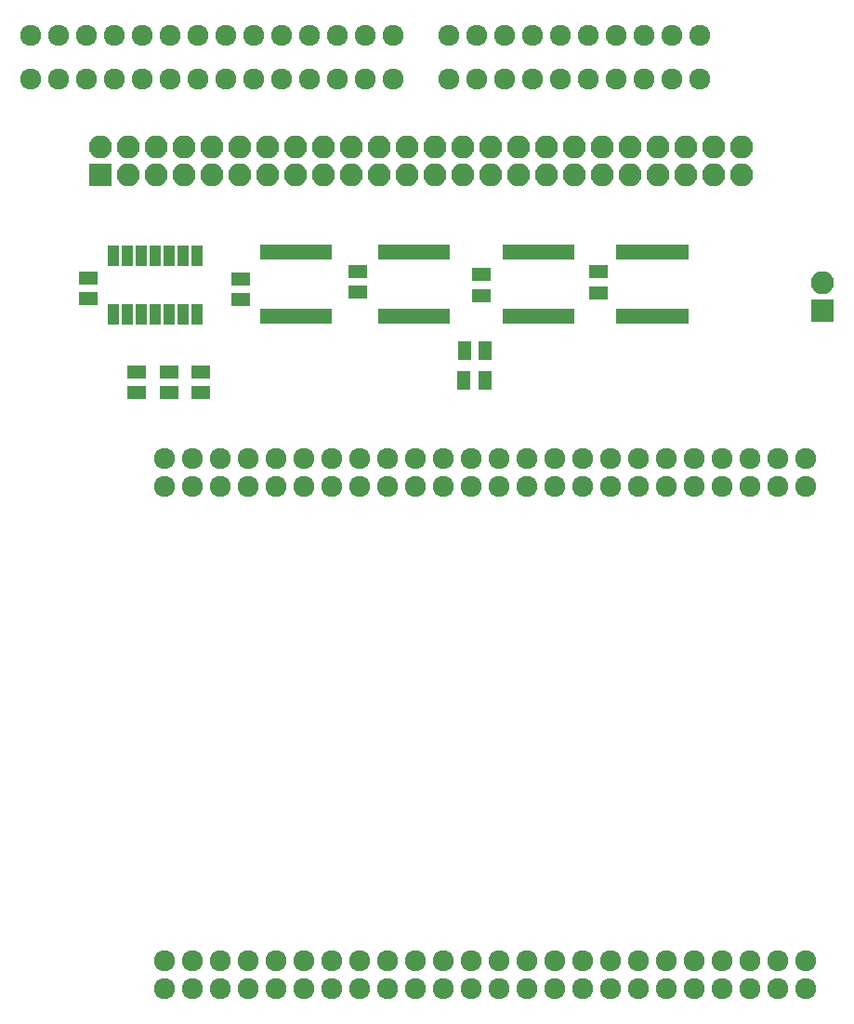
<source format=gts>
G04 #@! TF.FileFunction,Soldermask,Top*
%FSLAX46Y46*%
G04 Gerber Fmt 4.6, Leading zero omitted, Abs format (unit mm)*
G04 Created by KiCad (PCBNEW 4.0.1-stable) date Wednesday, March 22, 2017 'AMt' 02:40:51 AM*
%MOMM*%
G01*
G04 APERTURE LIST*
%ADD10C,0.100000*%
%ADD11R,1.000000X1.900000*%
%ADD12R,2.100000X2.100000*%
%ADD13O,2.100000X2.100000*%
%ADD14R,1.797000X1.289000*%
%ADD15R,1.289000X1.797000*%
%ADD16C,1.924000*%
%ADD17R,0.800000X1.400000*%
G04 APERTURE END LIST*
D10*
D11*
X118130000Y-73050000D03*
X116860000Y-73050000D03*
X115590000Y-73050000D03*
X114320000Y-73050000D03*
X113050000Y-73050000D03*
X111780000Y-73050000D03*
X110510000Y-73050000D03*
X110510000Y-78450000D03*
X111780000Y-78450000D03*
X113050000Y-78450000D03*
X114320000Y-78450000D03*
X115590000Y-78450000D03*
X116860000Y-78450000D03*
X118130000Y-78450000D03*
D12*
X109350000Y-65750000D03*
D13*
X109350000Y-63210000D03*
X111890000Y-65750000D03*
X111890000Y-63210000D03*
X114430000Y-65750000D03*
X114430000Y-63210000D03*
X116970000Y-65750000D03*
X116970000Y-63210000D03*
X119510000Y-65750000D03*
X119510000Y-63210000D03*
X122050000Y-65750000D03*
X122050000Y-63210000D03*
X124590000Y-65750000D03*
X124590000Y-63210000D03*
X127130000Y-65750000D03*
X127130000Y-63210000D03*
X129670000Y-65750000D03*
X129670000Y-63210000D03*
X132210000Y-65750000D03*
X132210000Y-63210000D03*
X134750000Y-65750000D03*
X134750000Y-63210000D03*
X137290000Y-65750000D03*
X137290000Y-63210000D03*
X139830000Y-65750000D03*
X139830000Y-63210000D03*
X142370000Y-65750000D03*
X142370000Y-63210000D03*
X144910000Y-65750000D03*
X144910000Y-63210000D03*
X147450000Y-65750000D03*
X147450000Y-63210000D03*
X149990000Y-65750000D03*
X149990000Y-63210000D03*
X152530000Y-65750000D03*
X152530000Y-63210000D03*
X155070000Y-65750000D03*
X155070000Y-63210000D03*
X157610000Y-65750000D03*
X157610000Y-63210000D03*
X160150000Y-65750000D03*
X160150000Y-63210000D03*
X162690000Y-65750000D03*
X162690000Y-63210000D03*
X165230000Y-65750000D03*
X165230000Y-63210000D03*
X167770000Y-65750000D03*
X167770000Y-63210000D03*
D14*
X118500000Y-85545000D03*
X118500000Y-83640000D03*
X115580000Y-85545000D03*
X115580000Y-83640000D03*
X112690000Y-83670000D03*
X112690000Y-85575000D03*
D15*
X144435000Y-81750000D03*
X142530000Y-81750000D03*
D16*
X103020000Y-53000000D03*
X103020000Y-57000000D03*
X105560000Y-53000000D03*
X105560000Y-57000000D03*
X108100000Y-53000000D03*
X108100000Y-57000000D03*
X110640000Y-53000000D03*
X110640000Y-57000000D03*
X113180000Y-53000000D03*
X113180000Y-57000000D03*
X115720000Y-53000000D03*
X115720000Y-57000000D03*
X118260000Y-53000000D03*
X118260000Y-57000000D03*
X120800000Y-53000000D03*
X120800000Y-57000000D03*
X123340000Y-53000000D03*
X123340000Y-57000000D03*
X125880000Y-53000000D03*
X125880000Y-57000000D03*
X128420000Y-53000000D03*
X128420000Y-57000000D03*
X130960000Y-53000000D03*
X130960000Y-57000000D03*
X133500000Y-53000000D03*
X133500000Y-57000000D03*
X136040000Y-53000000D03*
X136040000Y-57000000D03*
X141120000Y-53000000D03*
X141120000Y-57000000D03*
X143660000Y-53000000D03*
X143660000Y-57000000D03*
X146200000Y-53000000D03*
X146200000Y-57000000D03*
X148740000Y-53000000D03*
X148740000Y-57000000D03*
X151280000Y-53000000D03*
X151280000Y-57000000D03*
X153820000Y-53000000D03*
X153820000Y-57000000D03*
X156360000Y-53000000D03*
X156360000Y-57000000D03*
X158900000Y-53000000D03*
X158900000Y-57000000D03*
X161440000Y-53000000D03*
X161440000Y-57000000D03*
X163980000Y-53000000D03*
X163980000Y-57000000D03*
D17*
X140835000Y-72770000D03*
X140185000Y-72770000D03*
X139535000Y-72770000D03*
X138885000Y-72770000D03*
X138235000Y-72770000D03*
X137585000Y-72770000D03*
X136935000Y-72770000D03*
X136285000Y-72770000D03*
X135635000Y-72770000D03*
X134985000Y-72770000D03*
X134985000Y-78570000D03*
X135635000Y-78570000D03*
X136285000Y-78570000D03*
X136935000Y-78570000D03*
X137585000Y-78570000D03*
X138235000Y-78570000D03*
X138885000Y-78570000D03*
X139535000Y-78570000D03*
X140185000Y-78570000D03*
X140835000Y-78570000D03*
X162565000Y-72770000D03*
X161915000Y-72770000D03*
X161265000Y-72770000D03*
X160615000Y-72770000D03*
X159965000Y-72770000D03*
X159315000Y-72770000D03*
X158665000Y-72770000D03*
X158015000Y-72770000D03*
X157365000Y-72770000D03*
X156715000Y-72770000D03*
X156715000Y-78570000D03*
X157365000Y-78570000D03*
X158015000Y-78570000D03*
X158665000Y-78570000D03*
X159315000Y-78570000D03*
X159965000Y-78570000D03*
X160615000Y-78570000D03*
X161265000Y-78570000D03*
X161915000Y-78570000D03*
X162565000Y-78570000D03*
X152165000Y-72770000D03*
X151515000Y-72770000D03*
X150865000Y-72770000D03*
X150215000Y-72770000D03*
X149565000Y-72770000D03*
X148915000Y-72770000D03*
X148265000Y-72770000D03*
X147615000Y-72770000D03*
X146965000Y-72770000D03*
X146315000Y-72770000D03*
X146315000Y-78570000D03*
X146965000Y-78570000D03*
X147615000Y-78570000D03*
X148265000Y-78570000D03*
X148915000Y-78570000D03*
X149565000Y-78570000D03*
X150215000Y-78570000D03*
X150865000Y-78570000D03*
X151515000Y-78570000D03*
X152165000Y-78570000D03*
X130085000Y-72770000D03*
X129435000Y-72770000D03*
X128785000Y-72770000D03*
X128135000Y-72770000D03*
X127485000Y-72770000D03*
X126835000Y-72770000D03*
X126185000Y-72770000D03*
X125535000Y-72770000D03*
X124885000Y-72770000D03*
X124235000Y-72770000D03*
X124235000Y-78570000D03*
X124885000Y-78570000D03*
X125535000Y-78570000D03*
X126185000Y-78570000D03*
X126835000Y-78570000D03*
X127485000Y-78570000D03*
X128135000Y-78570000D03*
X128785000Y-78570000D03*
X129435000Y-78570000D03*
X130085000Y-78570000D03*
D14*
X108270000Y-77020000D03*
X108270000Y-75115000D03*
X122100000Y-77075000D03*
X122100000Y-75170000D03*
X132820000Y-76405000D03*
X132820000Y-74500000D03*
X144020000Y-76695000D03*
X144020000Y-74790000D03*
X154720000Y-76455000D03*
X154720000Y-74550000D03*
D15*
X144395000Y-84470000D03*
X142490000Y-84470000D03*
D12*
X175120000Y-78110000D03*
D13*
X175120000Y-75570000D03*
D16*
X132960000Y-137300000D03*
X132960000Y-139840000D03*
X130420000Y-137300000D03*
X130420000Y-139840000D03*
X127880000Y-137300000D03*
X127880000Y-139840000D03*
X125340000Y-137300000D03*
X125340000Y-139840000D03*
X122800000Y-137300000D03*
X122800000Y-139840000D03*
X120260000Y-137300000D03*
X120260000Y-139840000D03*
X117720000Y-137300000D03*
X117720000Y-139840000D03*
X115180000Y-137300000D03*
X115180000Y-139840000D03*
X135500000Y-139840000D03*
X135500000Y-137300000D03*
X138040000Y-139840000D03*
X138040000Y-137300000D03*
X140580000Y-139840000D03*
X140580000Y-137300000D03*
X143120000Y-139840000D03*
X143120000Y-137300000D03*
X145660000Y-139840000D03*
X145660000Y-137300000D03*
X148200000Y-139840000D03*
X148200000Y-137300000D03*
X150740000Y-139840000D03*
X150740000Y-137300000D03*
X153280000Y-139840000D03*
X153280000Y-137300000D03*
X173600000Y-137300000D03*
X173600000Y-139840000D03*
X171060000Y-137300000D03*
X171060000Y-139840000D03*
X168520000Y-137300000D03*
X168520000Y-139840000D03*
X165980000Y-137300000D03*
X165980000Y-139840000D03*
X163440000Y-137300000D03*
X163440000Y-139840000D03*
X160900000Y-137300000D03*
X160900000Y-139840000D03*
X158360000Y-137300000D03*
X158360000Y-139840000D03*
X155820000Y-137300000D03*
X155820000Y-139840000D03*
X155820000Y-94120000D03*
X155820000Y-91580000D03*
X158360000Y-94120000D03*
X158360000Y-91580000D03*
X160900000Y-94120000D03*
X160900000Y-91580000D03*
X163440000Y-94120000D03*
X163440000Y-91580000D03*
X165980000Y-94120000D03*
X165980000Y-91580000D03*
X168520000Y-94120000D03*
X168520000Y-91580000D03*
X171060000Y-94120000D03*
X171060000Y-91580000D03*
X173600000Y-94120000D03*
X173600000Y-91580000D03*
X153280000Y-91580000D03*
X153280000Y-94120000D03*
X150740000Y-91580000D03*
X150740000Y-94120000D03*
X148200000Y-91580000D03*
X148200000Y-94120000D03*
X145660000Y-91580000D03*
X145660000Y-94120000D03*
X143120000Y-91580000D03*
X143120000Y-94120000D03*
X140580000Y-91580000D03*
X140580000Y-94120000D03*
X138040000Y-91580000D03*
X138040000Y-94120000D03*
X135500000Y-91580000D03*
X135500000Y-94120000D03*
X115180000Y-94120000D03*
X115180000Y-91580000D03*
X117720000Y-94120000D03*
X117720000Y-91580000D03*
X120260000Y-94120000D03*
X120260000Y-91580000D03*
X122800000Y-94120000D03*
X122800000Y-91580000D03*
X125340000Y-94120000D03*
X125340000Y-91580000D03*
X127880000Y-94120000D03*
X127880000Y-91580000D03*
X130420000Y-94120000D03*
X130420000Y-91580000D03*
X132960000Y-94120000D03*
X132960000Y-91580000D03*
M02*

</source>
